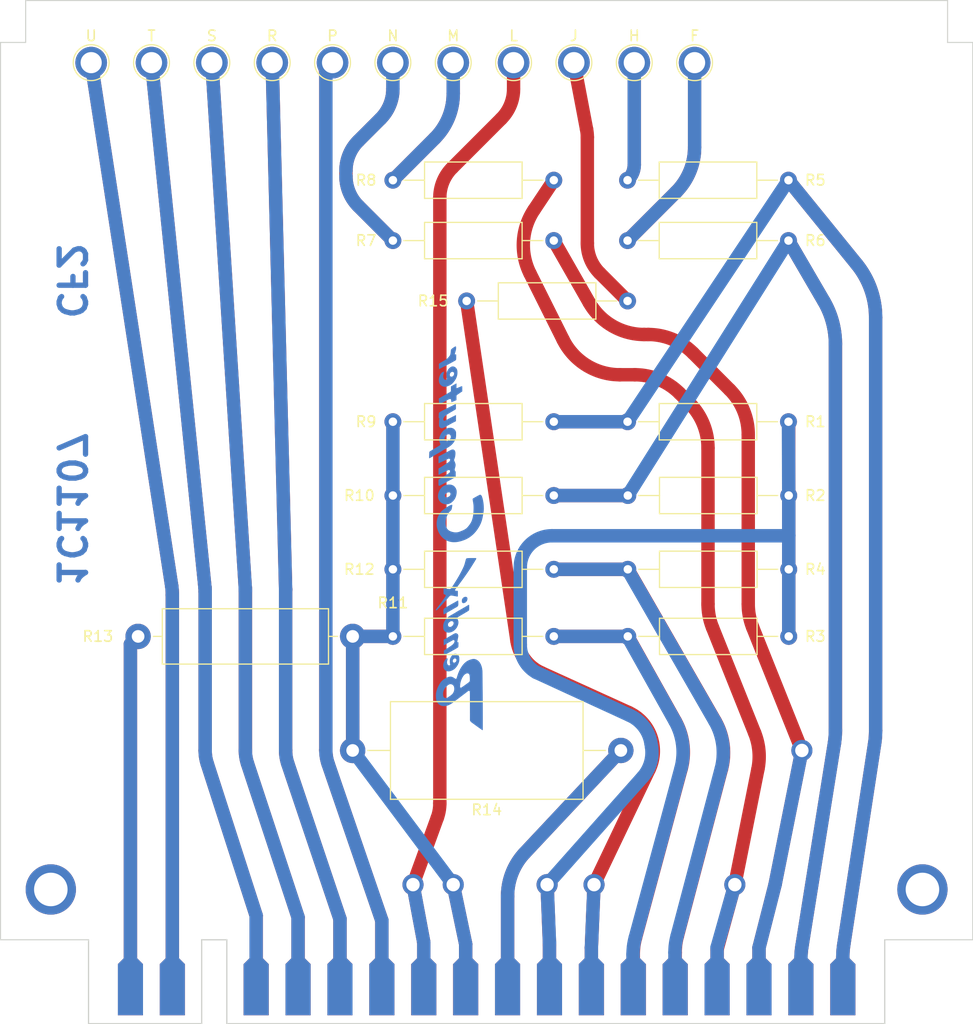
<source format=kicad_pcb>
(kicad_pcb (version 20211014) (generator pcbnew)
  (layers (0 "F.Cu" signal) (31 "B.Cu" signal) (34 "B.Paste" user) (35 "F.Paste" user) (36 "B.SilkS" user "B.Silkscreen") (37 "F.SilkS" user "F.Silkscreen") (38 "B.Mask" user) (39 "F.Mask" user) (44 "Edge.Cuts" user))
  (net 0 "")
  (net 1 "/Grid Divider 4")
  (net 2 "/Grid Divider 3")
  (net 3 "/+100V")
  (net 4 "/47K to B- 4")
  (net 5 "GND")
  (net 6 "/+100V_")
  (net 7 "/Output 1")
  (net 8 "/Output 2")
  (net 9 "/Input 1")
  (net 10 "/Input 2")
  (net 11 "/V1P2")
  (net 12 "/V1P7")
  (net 13 "/-160V")
  (net 14 "/Output 3")
  (net 15 "/Output 4")
  (net 16 "/Input 3")
  (net 17 "/Input 4")
  (net 18 "/V2P2")
  (net 19 "/V2P7")
  (net 20 "/Filament 2")
  (net 21 "/Filament 1")
  (net 22 "/24K to B- 4")
  (footprint "Resistor_THT:R_Axial_DIN0309_L9.0mm_D3.2mm_P15.24mm_Horizontal" (layer "F.Cu") (at 159.385 78.435 180)
    (fp_text reference "R15")
    (fp_text value "130Ω 1/2W 5%")
  )
  (footprint "TestPoint:TestPoint_Plated_Hole_D2.0mm" (layer "F.Cu") (at 137.16 55.88)
    (fp_text reference "TP6")
    (fp_text value "N")
  )
  (footprint "TestPoint:TestPoint_Plated_Hole_D2.0mm" (layer "F.Cu") (at 108.585 55.88)
    (fp_text reference "TP1")
    (fp_text value "U")
  )
  (footprint "Resistor_THT:R_Axial_DIN0516_L15.5mm_D5.0mm_P20.32mm_Horizontal" (layer "F.Cu") (at 113.03 110.185)
    (fp_text reference "R13")
    (fp_text value "47K 1W 5%")
  )
  (footprint "Resistor_THT:R_Axial_DIN0309_L9.0mm_D3.2mm_P15.24mm_Horizontal" (layer "F.Cu") (at 152.4 72.72 180)
    (fp_text reference "R7")
    (fp_text value "1.2K 1/2W 5%")
  )
  (footprint "Resistor_THT:R_Axial_DIN0309_L9.0mm_D3.2mm_P15.24mm_Horizontal" (layer "F.Cu") (at 174.65 110.185 180)
    (fp_text reference "R3")
    (fp_text value "750K 1/2W 5%")
  )
  (footprint "TestPoint:TestPoint_Plated_Hole_D2.0mm" (layer "F.Cu") (at 114.3 55.88)
    (fp_text reference "TP2")
    (fp_text value "T")
  )
  (footprint "Resistor_THT:R_Axial_DIN0918_L18.0mm_D9.0mm_P25.40mm_Horizontal" (layer "F.Cu") (at 158.75 120.98 180)
    (fp_text reference "R14")
    (fp_text value "24K 2W 5%")
  )
  (footprint "TestPoint:TestPoint_Plated_Hole_D2.0mm" (layer "F.Cu") (at 160.02 55.88)
    (fp_text reference "TP10")
    (fp_text value "H")
  )
  (footprint "Resistor_THT:R_Axial_DIN0309_L9.0mm_D3.2mm_P15.24mm_Horizontal" (layer "F.Cu") (at 137.16 89.865)
    (fp_text reference "R9")
    (fp_text value "560K 1/2W 5%")
  )
  (footprint "Resistor_THT:R_Axial_DIN0309_L9.0mm_D3.2mm_P15.24mm_Horizontal" (layer "F.Cu") (at 137.16 103.835)
    (fp_text reference "R12")
    (fp_text value "560K 1/2W 5%")
  )
  (footprint "Resistor_THT:R_Axial_DIN0309_L9.0mm_D3.2mm_P15.24mm_Horizontal" (layer "F.Cu") (at 137.16 110.185)
    (fp_text reference "R11")
    (fp_text value "560K 1/2W 5%")
  )
  (footprint "Resistor_THT:R_Axial_DIN0309_L9.0mm_D3.2mm_P15.24mm_Horizontal" (layer "F.Cu") (at 174.65 103.835 180)
    (fp_text reference "R4")
    (fp_text value "750K 1/2W 5%")
  )
  (footprint "TestPoint:TestPoint_Plated_Hole_D2.0mm" (layer "F.Cu") (at 142.875 55.88)
    (fp_text reference "TP7")
    (fp_text value "M")
  )
  (footprint "Resistor_THT:R_Axial_DIN0309_L9.0mm_D3.2mm_P15.24mm_Horizontal" (layer "F.Cu") (at 137.16 96.85)
    (fp_text reference "R10")
    (fp_text value "560K 1/2W 5%")
  )
  (footprint "TestPoint:TestPoint_Plated_Hole_D2.0mm" (layer "F.Cu") (at 165.735 55.88)
    (fp_text reference "TP11")
    (fp_text value "F")
  )
  (footprint "Bendix_G15:Card_Edge_T_Key" (layer "F.Cu") (at 146.0375 138.9)
    (fp_text reference "J1")
    (fp_text value "Conn_02x18_Row_Letter_First")
    (fp_line (start -37.703125 7.9375) (end -37.703125 0) (layer "Edge.Cuts") (width 0.12))
    (fp_line (start -24.60625 7.9375) (end -24.60625 0) (layer "Edge.Cuts") (width 0.12))
    (fp_line (start -24.60625 0) (end -26.9875 0) (layer "Edge.Cuts") (width 0.12))
    (fp_line (start -26.9875 7.9375) (end -37.703125 7.9375) (layer "Edge.Cuts") (width 0.12))
    (fp_line (start 37.703125 0) (end 37.703125 7.9375) (layer "Edge.Cuts") (width 0.12))
    (fp_line (start -26.9875 0) (end -26.9875 7.9375) (layer "Edge.Cuts") (width 0.12))
    (fp_line (start 37.703125 7.9375) (end -24.60625 7.9375) (layer "Edge.Cuts") (width 0.12))
  )
  (footprint "Resistor_THT:R_Axial_DIN0309_L9.0mm_D3.2mm_P15.24mm_Horizontal" (layer "F.Cu") (at 174.65 96.85 180)
    (fp_text reference "R2")
    (fp_text value "750K 1/2W 5%")
  )
  (footprint "Resistor_THT:R_Axial_DIN0309_L9.0mm_D3.2mm_P15.24mm_Horizontal" (layer "F.Cu") (at 159.385 72.72)
    (fp_text reference "R6")
    (fp_text value "1.2K 1/2W 5%")
  )
  (footprint "Resistor_THT:R_Axial_DIN0309_L9.0mm_D3.2mm_P15.24mm_Horizontal" (layer "F.Cu") (at 174.625 67.005 180)
    (fp_text reference "R5")
    (fp_text value "1.2K 1/2W 5%")
  )
  (footprint "TestPoint:TestPoint_Plated_Hole_D2.0mm" (layer "F.Cu") (at 125.73 55.88)
    (fp_text reference "TP4")
    (fp_text value "R")
  )
  (footprint "TestPoint:TestPoint_Plated_Hole_D2.0mm" (layer "F.Cu") (at 120.015 55.88)
    (fp_text reference "TP3")
    (fp_text value "S")
  )
  (footprint "TestPoint:TestPoint_Plated_Hole_D2.0mm" (layer "F.Cu") (at 131.445 55.88)
    (fp_text reference "TP5")
    (fp_text value "P")
  )
  (footprint "TestPoint:TestPoint_Plated_Hole_D2.0mm" (layer "F.Cu") (at 154.305 55.88)
    (fp_text reference "TP9")
    (fp_text value "J")
  )
  (footprint "Resistor_THT:R_Axial_DIN0309_L9.0mm_D3.2mm_P15.24mm_Horizontal" (layer "F.Cu") (at 174.625 89.865 180)
    (fp_text reference "R1")
    (fp_text value "750K 1/2W 5%")
  )
  (footprint "TestPoint:TestPoint_Plated_Hole_D2.0mm" (layer "F.Cu") (at 148.59 55.88)
    (fp_text reference "TP8")
    (fp_text value "L")
  )
  (footprint "Resistor_THT:R_Axial_DIN0309_L9.0mm_D3.2mm_P15.24mm_Horizontal" (layer "F.Cu") (at 137.16 67.005)
    (fp_text reference "R8")
    (fp_text value "1.2K 1/2W 5%")
  )
  (footprint "LOGO" (layer "B.Cu") (at 143.51 91.77 90)
    (fp_text reference "G***" hide)
    (fp_text value "LOGO" hide)
  )
  (footprint "LOGO" (layer "B.Cu") (at 143.51 110.82 90)
    (fp_text reference "G***" hide)
    (fp_text value "LOGO" hide)
  )
  (gr_line (start 102.38125 50) (end 189.69375 50) (layer "Edge.Cuts") (width 0.1))
  (gr_line (start 102.38125 53.96875) (end 100 53.96875) (layer "Edge.Cuts") (width 0.1))
  (gr_line (start 100 53.96875) (end 100 138.9) (layer "Edge.Cuts") (width 0.1))
  (gr_line (start 192.075 53.96875) (end 192.075 138.9) (layer "Edge.Cuts") (width 0.1))
  (gr_line (start 108.334375 138.9) (end 100 138.9) (layer "Edge.Cuts") (width 0.1))
  (gr_line (start 102.38125 50) (end 102.38125 53.96875) (layer "Edge.Cuts") (width 0.1))
  (gr_line (start 192.075 53.96875) (end 189.69375 53.96875) (layer "Edge.Cuts") (width 0.1))
  (gr_line (start 189.69375 50) (end 189.69375 53.96875) (layer "Edge.Cuts") (width 0.1))
  (gr_line (start 183.740625 138.9) (end 192.075 138.9) (layer "Edge.Cuts") (width 0.1))
  (gr_text "CF2" (at 106.68 76.53 270) (layer "B.Cu") (effects (font (size 2.5 2.5) (thickness 0.5)) (justify mirror)))
  (gr_text "1C1107" (at 106.68 98.12 270) (layer "B.Cu") (effects (font (size 2.5 2.5) (thickness 0.5)) (justify mirror)))
  (via (at 104.7625 134.1375) (size 4.7625) (drill 3.175) (layers "F.Cu" "B.Cu") (net 0))
  (via (at 187.3125 134.1375) (size 4.7625) (drill 3.175) (layers "F.Cu" "B.Cu") (net 0))
  (segment (start 167.679371 118.206296) (end 159.41 103.835) (width 1.27) (layer "F.Cu") (net 1))
  (segment (start 159.41 103.835) (end 152.4 103.835) (width 1.27) (layer "F.Cu") (net 1))
  (segment (start 164.095751 138.575044) (end 168.279976 122.730701) (width 1.27) (layer "F.Cu") (net 1))
  (segment (start 163.896875 143.265625) (end 163.896875 140.107023) (width 1.27) (layer "F.Cu") (net 1))
  (arc (start 167.679371 118.206296) (mid 168.426675 120.40916) (end 168.279976 122.730701) (width 1.27) (layer "F.Cu") (net 1))
  (arc (start 163.896875 140.107023) (mid 163.946802 139.334606) (end 164.095751 138.575044) (width 1.27) (layer "F.Cu") (net 1))
  (segment (start 164.070751 138.575044) (end 168.254976 122.730701) (width 1.27) (layer "B.Cu") (net 1))
  (segment (start 152.4 103.835) (end 159.41 103.835) (width 1.27) (layer "B.Cu") (net 1))
  (segment (start 167.654371 118.206296) (end 159.385 103.835) (width 1.27) (layer "B.Cu") (net 1))
  (segment (start 163.871875 143.265625) (end 163.871875 140.107023) (width 1.27) (layer "B.Cu") (net 1))
  (arc (start 163.871875 140.107023) (mid 163.921802 139.334606) (end 164.070751 138.575044) (width 1.27) (layer "B.Cu") (net 1))
  (arc (start 167.654371 118.206296) (mid 168.401675 120.40916) (end 168.254976 122.730701) (width 1.27) (layer "B.Cu") (net 1))
  (segment (start 163.904457 118.210252) (end 159.41 110.185) (width 1.27) (layer "F.Cu") (net 2))
  (segment (start 159.928125 143.265625) (end 159.928125 140.283158) (width 1.27) (layer "F.Cu") (net 2))
  (segment (start 152.4 110.185) (end 159.41 110.185) (width 1.27) (layer "F.Cu") (net 2))
  (segment (start 160.135822 138.718156) (end 164.461811 122.707031) (width 1.27) (layer "F.Cu") (net 2))
  (arc (start 164.461811 122.707031) (mid 164.623946 120.404005) (end 163.904457 118.210252) (width 1.27) (layer "F.Cu") (net 2))
  (arc (start 160.135822 138.718156) (mid 159.980276 139.493796) (end 159.928125 140.283158) (width 1.27) (layer "F.Cu") (net 2))
  (segment (start 160.110822 138.718156) (end 164.436811 122.707031) (width 1.27) (layer "B.Cu") (net 2))
  (segment (start 163.879457 118.210252) (end 159.385 110.185) (width 1.27) (layer "B.Cu") (net 2))
  (segment (start 159.903125 143.265625) (end 159.903125 140.283158) (width 1.27) (layer "B.Cu") (net 2))
  (segment (start 152.4 110.185) (end 159.41 110.185) (width 1.27) (layer "B.Cu") (net 2))
  (arc (start 164.436811 122.707031) (mid 164.598946 120.404005) (end 163.879457 118.210252) (width 1.27) (layer "B.Cu") (net 2))
  (arc (start 160.110822 138.718156) (mid 159.955276 139.493796) (end 159.903125 140.283158) (width 1.27) (layer "B.Cu") (net 2))
  (segment (start 148.905867 110.570851) (end 144.145 78.435) (width 1.27) (layer "F.Cu") (net 3))
  (segment (start 159.481906 117.38723) (end 151.207469 113.626122) (width 1.27) (layer "F.Cu") (net 3))
  (segment (start 155.959375 143.265625) (end 155.959375 139.645625) (width 1.27) (layer "F.Cu") (net 3))
  (segment (start 155.959375 139.645625) (end 156.21 133.68) (width 1.27) (layer "F.Cu") (net 3))
  (segment (start 156.21 133.68) (end 161.435231 122.754518) (width 1.27) (layer "F.Cu") (net 3))
  (via (at 156.21 133.68) (size 2) (drill 1.27) (layers "F.Cu" "B.Cu") (net 3))
  (arc (start 148.905867 110.570851) (mid 149.667782 112.391443) (end 151.207469 113.626122) (width 1.27) (layer "F.Cu") (net 3))
  (arc (start 161.435231 122.754518) (mid 161.585511 119.660744) (end 159.481906 117.38723) (width 1.27) (layer "F.Cu") (net 3))
  (segment (start 155.959375 139.645625) (end 156.21 133.68) (width 1.27) (layer "B.Cu") (net 3))
  (segment (start 155.959375 143.265625) (end 155.959375 139.645625) (width 1.27) (layer "B.Cu") (net 3))
  (segment (start 112.303125 143.265625) (end 112.303125 110.911875) (width 1.27) (layer "F.Cu") (net 4))
  (segment (start 112.303125 110.911875) (end 113.03 110.185) (width 1.27) (layer "F.Cu") (net 4))
  (segment (start 112.303125 143.265625) (end 112.303125 110.911875) (width 1.27) (layer "B.Cu") (net 4))
  (segment (start 112.303125 110.911875) (end 113.03 110.185) (width 1.27) (layer "B.Cu") (net 4))
  (segment (start 174.65 89.89) (end 174.625 89.865) (width 1.27) (layer "F.Cu") (net 5))
  (segment (start 174.65 110.185) (end 174.65 89.89) (width 1.27) (layer "F.Cu") (net 5))
  (segment (start 151.990625 143.265625) (end 151.990625 139.395) (width 1.27) (layer "F.Cu") (net 5))
  (segment (start 151.990625 139.395) (end 151.765 133.68) (width 1.27) (layer "F.Cu") (net 5))
  (via (at 151.765 133.68) (size 2) (drill 1.27) (layers "F.Cu" "B.Cu") (net 5))
  (segment (start 174.65 100.635) (end 174.65 103.835) (width 1.27) (layer "B.Cu") (net 5))
  (segment (start 174.625 89.865) (end 174.65 96.85) (width 1.27) (layer "B.Cu") (net 5))
  (segment (start 151.765 133.68) (end 160.813513 123.500423) (width 1.27) (layer "B.Cu") (net 5))
  (segment (start 152.225 100.66) (end 174.625 100.66) (width 1.27) (layer "B.Cu") (net 5))
  (segment (start 174.65 103.835) (end 174.65 110.185) (width 1.27) (layer "B.Cu") (net 5))
  (segment (start 149.225 110.984032) (end 149.225 103.66) (width 1.27) (layer "B.Cu") (net 5))
  (segment (start 174.65 96.85) (end 174.65 100.635) (width 1.27) (layer "B.Cu") (net 5))
  (segment (start 151.990625 143.265625) (end 151.990625 139.169375) (width 1.27) (layer "B.Cu") (net 5))
  (segment (start 161.649959 120.599754) (end 161.594979 120.269877) (width 1.27) (layer "B.Cu") (net 5))
  (segment (start 174.625 100.66) (end 174.65 100.635) (width 1.27) (layer "B.Cu") (net 5))
  (segment (start 159.604441 117.665175) (end 150.736583 113.588762) (width 1.27) (layer "B.Cu") (net 5))
  (segment (start 151.990625 139.169375) (end 151.765 133.68) (width 1.27) (layer "B.Cu") (net 5))
  (arc (start 149.225 103.66) (mid 150.10368 101.53868) (end 152.225 100.66) (width 1.27) (layer "B.Cu") (net 5))
  (arc (start 160.813513 123.500423) (mid 161.560551 122.144907) (end 161.649959 120.599754) (width 1.27) (layer "B.Cu") (net 5))
  (arc (start 150.736583 113.588762) (mid 149.63027 112.489813) (end 149.225 110.984032) (width 1.27) (layer "B.Cu") (net 5))
  (arc (start 159.604441 117.665175) (mid 160.923519 118.720068) (end 161.594979 120.269877) (width 1.27) (layer "B.Cu") (net 5))
  (segment (start 155.575 72.968146) (end 155.575 62.936864) (width 1.27) (layer "F.Cu") (net 6))
  (segment (start 159.385 78.435) (end 156.746573 75.796573) (width 1.27) (layer "F.Cu") (net 6))
  (segment (start 155.504611 62.189767) (end 154.305 55.88) (width 1.27) (layer "F.Cu") (net 6))
  (arc (start 156.746573 75.796573) (mid 155.879482 74.49888) (end 155.575 72.968146) (width 1.27) (layer "F.Cu") (net 6))
  (arc (start 155.575 62.936864) (mid 155.557364 62.561661) (end 155.504611 62.189767) (width 1.27) (layer "F.Cu") (net 6))
  (segment (start 126.998703 105.689082) (end 125.73 55.88) (width 1.27) (layer "F.Cu") (net 7))
  (segment (start 132.146875 143.265625) (end 132.146875 136.921875) (width 1.27) (layer "F.Cu") (net 7))
  (segment (start 127 120.960512) (end 127 105.790934) (width 1.27) (layer "F.Cu") (net 7))
  (segment (start 132.146875 136.921875) (end 127.208593 122.235357) (width 1.27) (layer "F.Cu") (net 7))
  (arc (start 127 120.960512) (mid 127.052493 121.606411) (end 127.208593 122.235357) (width 1.27) (layer "F.Cu") (net 7))
  (arc (start 126.998703 105.689082) (mid 126.999676 105.740004) (end 127 105.790934) (width 1.27) (layer "F.Cu") (net 7))
  (segment (start 132.146875 143.265625) (end 132.146875 136.921875) (width 1.27) (layer "B.Cu") (net 7))
  (segment (start 132.146875 136.921875) (end 127.208593 122.235357) (width 1.27) (layer "B.Cu") (net 7))
  (segment (start 126.998703 105.689082) (end 125.73 55.88) (width 1.27) (layer "B.Cu") (net 7))
  (segment (start 127 120.960512) (end 127 105.790934) (width 1.27) (layer "B.Cu") (net 7))
  (arc (start 126.998703 105.689082) (mid 126.999676 105.740004) (end 127 105.790934) (width 1.27) (layer "B.Cu") (net 7))
  (arc (start 127 120.960512) (mid 127.052493 121.606411) (end 127.208593 122.235357) (width 1.27) (layer "B.Cu") (net 7))
  (segment (start 123.181915 105.61303) (end 120.015 55.88) (width 1.27) (layer "F.Cu") (net 8))
  (segment (start 128.178125 136.763125) (end 123.390683 122.224443) (width 1.27) (layer "F.Cu") (net 8))
  (segment (start 128.178125 143.265625) (end 128.178125 136.763125) (width 1.27) (layer "F.Cu") (net 8))
  (segment (start 123.19 120.973366) (end 123.19 105.867228) (width 1.27) (layer "F.Cu") (net 8))
  (arc (start 123.181915 105.61303) (mid 123.187978 105.740065) (end 123.19 105.867228) (width 1.27) (layer "F.Cu") (net 8))
  (arc (start 123.390683 122.224443) (mid 123.240489 121.606901) (end 123.19 120.973366) (width 1.27) (layer "F.Cu") (net 8))
  (segment (start 123.181915 105.61303) (end 120.015 55.88) (width 1.27) (layer "B.Cu") (net 8))
  (segment (start 123.19 120.973366) (end 123.19 105.867228) (width 1.27) (layer "B.Cu") (net 8))
  (segment (start 128.178125 143.265625) (end 128.178125 136.763125) (width 1.27) (layer "B.Cu") (net 8))
  (segment (start 128.178125 136.763125) (end 123.390683 122.224443) (width 1.27) (layer "B.Cu") (net 8))
  (arc (start 123.390683 122.224443) (mid 123.240489 121.606901) (end 123.19 120.973366) (width 1.27) (layer "B.Cu") (net 8))
  (arc (start 123.181915 105.61303) (mid 123.187978 105.740065) (end 123.19 105.867228) (width 1.27) (layer "B.Cu") (net 8))
  (segment (start 152.4 89.865) (end 159.385 89.865) (width 1.27) (layer "F.Cu") (net 9))
  (segment (start 179.771875 143.265625) (end 179.771875 140.573409) (width 1.27) (layer "F.Cu") (net 9))
  (segment (start 182.88 119.099716) (end 182.88 80.005325) (width 1.27) (layer "F.Cu") (net 9))
  (segment (start 181.088912 74.960584) (end 174.625 67.005) (width 1.27) (layer "F.Cu") (net 9))
  (segment (start 179.864448 139.359904) (end 182.787427 120.313221) (width 1.27) (layer "F.Cu") (net 9))
  (arc (start 182.88 80.005325) (mid 182.418942 77.328694) (end 181.088912 74.960584) (width 1.27) (layer "F.Cu") (net 9))
  (arc (start 182.787427 120.313221) (mid 182.856823 119.708231) (end 182.88 119.099716) (width 1.27) (layer "F.Cu") (net 9))
  (arc (start 179.864448 139.359904) (mid 179.795052 139.964894) (end 179.771875 140.573409) (width 1.27) (layer "F.Cu") (net 9))
  (segment (start 179.864448 139.359904) (end 182.787427 120.313221) (width 1.27) (layer "B.Cu") (net 9))
  (segment (start 182.88 119.099716) (end 182.88 80.005325) (width 1.27) (layer "B.Cu") (net 9))
  (segment (start 152.4 89.865) (end 159.385 89.865) (width 1.27) (layer "B.Cu") (net 9))
  (segment (start 159.385 89.865) (end 174.625 67.005) (width 1.27) (layer "B.Cu") (net 9))
  (segment (start 181.088912 74.960584) (end 174.625 67.005) (width 1.27) (layer "B.Cu") (net 9))
  (segment (start 179.771875 143.265625) (end 179.771875 140.573409) (width 1.27) (layer "B.Cu") (net 9))
  (arc (start 182.787427 120.313221) (mid 182.856823 119.708231) (end 182.88 119.099716) (width 1.27) (layer "B.Cu") (net 9))
  (arc (start 179.864448 139.359904) (mid 179.795052 139.964894) (end 179.771875 140.573409) (width 1.27) (layer "B.Cu") (net 9))
  (arc (start 182.88 80.005325) (mid 182.418942 77.328694) (end 181.088912 74.960584) (width 1.27) (layer "B.Cu") (net 9))
  (segment (start 175.903659 139.493726) (end 178.969466 120.338149) (width 1.27) (layer "F.Cu") (net 10))
  (segment (start 175.803125 143.265625) (end 175.803125 140.758018) (width 1.27) (layer "F.Cu") (net 10))
  (segment (start 177.980231 78.471825) (end 174.625 72.72) (width 1.27) (layer "F.Cu") (net 10))
  (segment (start 159.41 96.85) (end 152.4 96.85) (width 1.27) (layer "F.Cu") (net 10))
  (segment (start 179.07 119.073857) (end 179.07 82.502793) (width 1.27) (layer "F.Cu") (net 10))
  (arc (start 175.903659 139.493726) (mid 175.828298 140.123877) (end 175.803125 140.758018) (width 1.27) (layer "F.Cu") (net 10))
  (arc (start 178.969466 120.338149) (mid 179.044827 119.707998) (end 179.07 119.073857) (width 1.27) (layer "F.Cu") (net 10))
  (arc (start 177.980231 78.471825) (mid 178.792753 80.414953) (end 179.07 82.502793) (width 1.27) (layer "F.Cu") (net 10))
  (segment (start 177.980231 78.471825) (end 174.625 72.72) (width 1.27) (layer "B.Cu") (net 10))
  (segment (start 152.4 96.85) (end 159.41 96.85) (width 1.27) (layer "B.Cu") (net 10))
  (segment (start 175.903659 139.493726) (end 178.969466 120.338149) (width 1.27) (layer "B.Cu") (net 10))
  (segment (start 175.803125 143.265625) (end 175.803125 140.758018) (width 1.27) (layer "B.Cu") (net 10))
  (segment (start 179.07 119.073857) (end 179.07 82.502793) (width 1.27) (layer "B.Cu") (net 10))
  (segment (start 159.41 96.85) (end 174.625 72.72) (width 1.27) (layer "B.Cu") (net 10))
  (arc (start 178.969466 120.338149) (mid 179.044827 119.707998) (end 179.07 119.073857) (width 1.27) (layer "B.Cu") (net 10))
  (arc (start 177.980231 78.471825) (mid 178.792753 80.414953) (end 179.07 82.502793) (width 1.27) (layer "B.Cu") (net 10))
  (arc (start 175.903659 139.493726) (mid 175.828298 140.123877) (end 175.803125 140.758018) (width 1.27) (layer "B.Cu") (net 10))
  (segment (start 159.434213 66.955787) (end 159.385 67.005) (width 1.27) (layer "F.Cu") (net 11))
  (segment (start 160.02 55.88) (end 160.02 65.541573) (width 1.27) (layer "F.Cu") (net 11))
  (arc (start 160.02 65.541573) (mid 159.867759 66.30694) (end 159.434213 66.955787) (width 1.27) (layer "F.Cu") (net 11))
  (segment (start 160.02 55.88) (end 160.02 65.541573) (width 1.27) (layer "B.Cu") (net 11))
  (arc (start 160.02 65.541573) (mid 159.867759 66.30694) (end 159.434213 66.955787) (width 1.27) (layer "B.Cu") (net 11))
  (segment (start 159.385 72.72) (end 163.977641 68.127359) (width 1.27) (layer "F.Cu") (net 12))
  (segment (start 165.735 63.884719) (end 165.735 55.88) (width 1.27) (layer "F.Cu") (net 12))
  (arc (start 165.735 63.884719) (mid 165.278277 66.180819) (end 163.977641 68.127359) (width 1.27) (layer "F.Cu") (net 12))
  (segment (start 165.735 63.884719) (end 165.735 55.88) (width 1.27) (layer "B.Cu") (net 12))
  (segment (start 159.385 72.72) (end 163.977641 68.127359) (width 1.27) (layer "B.Cu") (net 12))
  (arc (start 165.735 63.884719) (mid 165.278277 66.180819) (end 163.977641 68.127359) (width 1.27) (layer "B.Cu") (net 12))
  (segment (start 133.35 120.975) (end 133.355 120.98) (width 1.27) (layer "F.Cu") (net 13))
  (segment (start 144.053125 143.265625) (end 144.053125 139.303125) (width 1.27) (layer "F.Cu") (net 13))
  (segment (start 133.35 110.185) (end 133.35 120.975) (width 1.27) (layer "F.Cu") (net 13))
  (segment (start 144.053125 139.303125) (end 142.875 133.68) (width 1.27) (layer "F.Cu") (net 13))
  (segment (start 137.16 110.185) (end 133.35 110.185) (width 1.27) (layer "F.Cu") (net 13))
  (segment (start 137.16 110.185) (end 137.16 89.865) (width 1.27) (layer "F.Cu") (net 13))
  (via (at 142.875 133.68) (size 2) (drill 1.27) (layers "F.Cu" "B.Cu") (net 13))
  (segment (start 133.35 110.185) (end 137.16 110.185) (width 1.27) (layer "B.Cu") (net 13))
  (segment (start 137.16 89.865) (end 137.16 96.85) (width 1.27) (layer "B.Cu") (net 13))
  (segment (start 142.875 133.68) (end 133.355 120.98) (width 1.27) (layer "B.Cu") (net 13))
  (segment (start 133.355 120.98) (end 133.35 110.185) (width 1.27) (layer "B.Cu") (net 13))
  (segment (start 137.16 96.85) (end 137.16 103.835) (width 1.27) (layer "B.Cu") (net 13))
  (segment (start 144.053125 139.303125) (end 142.875 133.68) (width 1.27) (layer "B.Cu") (net 13))
  (segment (start 137.16 103.835) (end 137.16 110.185) (width 1.27) (layer "B.Cu") (net 13))
  (segment (start 144.053125 143.265625) (end 144.053125 139.303125) (width 1.27) (layer "B.Cu") (net 13))
  (segment (start 119.359399 105.537802) (end 114.3 55.88) (width 1.27) (layer "F.Cu") (net 14))
  (segment (start 124.209375 143.265625) (end 124.209375 136.604375) (width 1.27) (layer "F.Cu") (net 14))
  (segment (start 119.38 120.986534) (end 119.38 105.943244) (width 1.27) (layer "F.Cu") (net 14))
  (segment (start 124.209375 136.604375) (end 119.572727 122.213186) (width 1.27) (layer "F.Cu") (net 14))
  (arc (start 119.38 120.986534) (mid 119.428476 121.607384) (end 119.572727 122.213186) (width 1.27) (layer "F.Cu") (net 14))
  (arc (start 119.359399 105.537802) (mid 119.374846 105.740261) (end 119.38 105.943244) (width 1.27) (layer "F.Cu") (net 14))
  (segment (start 119.38 120.986534) (end 119.38 105.943244) (width 1.27) (layer "B.Cu") (net 14))
  (segment (start 124.209375 136.604375) (end 119.572727 122.213186) (width 1.27) (layer "B.Cu") (net 14))
  (segment (start 119.359399 105.537802) (end 114.3 55.88) (width 1.27) (layer "B.Cu") (net 14))
  (segment (start 124.209375 143.265625) (end 124.209375 136.604375) (width 1.27) (layer "B.Cu") (net 14))
  (arc (start 119.359399 105.537802) (mid 119.374846 105.740261) (end 119.38 105.943244) (width 1.27) (layer "B.Cu") (net 14))
  (arc (start 119.38 120.986534) (mid 119.428476 121.607384) (end 119.572727 122.213186) (width 1.27) (layer "B.Cu") (net 14))
  (segment (start 116.271875 143.265625) (end 116.271875 106.266058) (width 1.27) (layer "F.Cu") (net 15))
  (segment (start 116.202001 105.35304) (end 108.585 55.88) (width 1.27) (layer "F.Cu") (net 15))
  (arc (start 116.271875 106.266058) (mid 116.254381 105.808214) (end 116.202001 105.35304) (width 1.27) (layer "F.Cu") (net 15))
  (segment (start 116.202001 105.35304) (end 108.585 55.88) (width 1.27) (layer "B.Cu") (net 15))
  (segment (start 116.271875 143.265625) (end 116.271875 106.266058) (width 1.27) (layer "B.Cu") (net 15))
  (arc (start 116.271875 106.266058) (mid 116.254381 105.808214) (end 116.202001 105.35304) (width 1.27) (layer "B.Cu") (net 15))
  (segment (start 175.895 120.98) (end 171.24414 109.35285) (width 1.27) (layer "F.Cu") (net 16))
  (segment (start 173.355 133.68) (end 171.834375 139.645625) (width 1.27) (layer "F.Cu") (net 16))
  (segment (start 175.895 120.98) (end 173.355 133.68) (width 1.27) (layer "F.Cu") (net 16))
  (segment (start 161.344719 81.61) (end 160.961935 81.61) (width 1.27) (layer "F.Cu") (net 16))
  (segment (start 155.752476 78.586834) (end 152.4 72.72) (width 1.27) (layer "F.Cu") (net 16))
  (segment (start 171.834375 139.645625) (end 171.834375 143.265625) (width 1.27) (layer "F.Cu") (net 16))
  (segment (start 169.05764 86.83764) (end 165.587359 83.367359) (width 1.27) (layer "F.Cu") (net 16))
  (segment (start 170.815 107.124506) (end 170.815 91.080281) (width 1.27) (layer "F.Cu") (net 16))
  (via (at 175.895 120.98) (size 2) (drill 1.27) (layers "F.Cu" "B.Cu") (net 16))
  (arc (start 160.961935 81.61) (mid 157.950374 80.799461) (end 155.752476 78.586834) (width 1.27) (layer "F.Cu") (net 16))
  (arc (start 170.815 91.080281) (mid 170.358277 88.78418) (end 169.05764 86.83764) (width 1.27) (layer "F.Cu") (net 16))
  (arc (start 170.815 107.124506) (mid 170.923262 108.259151) (end 171.24414 109.35285) (width 1.27) (layer "F.Cu") (net 16))
  (arc (start 161.344719 81.61) (mid 163.640819 82.066723) (end 165.587359 83.367359) (width 1.27) (layer "F.Cu") (net 16))
  (segment (start 171.834375 139.645625) (end 171.834375 143.265625) (width 1.27) (layer "B.Cu") (net 16))
  (segment (start 175.895 120.98) (end 173.355 133.68) (width 1.27) (layer "B.Cu") (net 16))
  (segment (start 173.355 133.68) (end 171.834375 139.645625) (width 1.27) (layer "B.Cu") (net 16))
  (segment (start 171.422579 119.323947) (end 167.43414 109.35285) (width 1.27) (layer "F.Cu") (net 17))
  (segment (start 167.005 107.124506) (end 167.005 92.350281) (width 1.27) (layer "F.Cu") (net 17))
  (segment (start 167.865625 143.265625) (end 167.865625 139.804375) (width 1.27) (layer "F.Cu") (net 17))
  (segment (start 165.24764 88.10764) (end 164.317359 87.177359) (width 1.27) (layer "F.Cu") (net 17))
  (segment (start 153.281641 82.103282) (end 150.147169 75.834338) (width 1.27) (layer "F.Cu") (net 17))
  (segment (start 167.865625 139.804375) (end 169.545 133.68) (width 1.27) (layer "F.Cu") (net 17))
  (segment (start 160.074719 85.42) (end 158.648204 85.42) (width 1.27) (layer "F.Cu") (net 17))
  (segment (start 169.545 133.68) (end 171.735202 122.728988) (width 1.27) (layer "F.Cu") (net 17))
  (segment (start 150.52143 69.822855) (end 152.4 67.005) (width 1.27) (layer "F.Cu") (net 17))
  (via (at 169.545 133.68) (size 2) (drill 1.27) (layers "F.Cu" "B.Cu") (net 17))
  (arc (start 171.735202 122.728988) (mid 171.826588 121.003726) (end 171.422579 119.323947) (width 1.27) (layer "F.Cu") (net 17))
  (arc (start 167.43414 109.35285) (mid 167.113262 108.259151) (end 167.005 107.124506) (width 1.27) (layer "F.Cu") (net 17))
  (arc (start 165.24764 88.10764) (mid 166.548277 90.05418) (end 167.005 92.350281) (width 1.27) (layer "F.Cu") (net 17))
  (arc (start 158.648204 85.42) (mid 155.493818 84.523905) (end 153.281641 82.103282) (width 1.27) (layer "F.Cu") (net 17))
  (arc (start 150.52143 69.822855) (mid 149.525326 72.778232) (end 150.147169 75.834338) (width 1.27) (layer "F.Cu") (net 17))
  (arc (start 160.074719 85.42) (mid 162.370819 85.876723) (end 164.317359 87.177359) (width 1.27) (layer "F.Cu") (net 17))
  (segment (start 167.865625 143.265625) (end 167.865625 139.620625) (width 1.27) (layer "B.Cu") (net 17))
  (segment (start 167.865625 139.620625) (end 169.545 133.68) (width 1.27) (layer "B.Cu") (net 17))
  (segment (start 137.16 72.72) (end 133.886573 69.446573) (width 1.27) (layer "F.Cu") (net 18))
  (segment (start 132.715 66.618146) (end 132.715 66.121854) (width 1.27) (layer "F.Cu") (net 18))
  (segment (start 137.16 58.363146) (end 137.16 55.88) (width 1.27) (layer "F.Cu") (net 18))
  (segment (start 133.886573 63.293427) (end 135.988427 61.191573) (width 1.27) (layer "F.Cu") (net 18))
  (arc (start 132.715 66.121854) (mid 133.019482 64.59112) (end 133.886573 63.293427) (width 1.27) (layer "F.Cu") (net 18))
  (arc (start 133.886573 69.446573) (mid 133.019482 68.14888) (end 132.715 66.618146) (width 1.27) (layer "F.Cu") (net 18))
  (arc (start 137.16 58.363146) (mid 136.855518 59.89388) (end 135.988427 61.191573) (width 1.27) (layer "F.Cu") (net 18))
  (segment (start 137.16 58.363146) (end 137.16 55.88) (width 1.27) (layer "B.Cu") (net 18))
  (segment (start 137.16 72.72) (end 133.886573 69.446573) (width 1.27) (layer "B.Cu") (net 18))
  (segment (start 133.886573 63.293427) (end 135.988427 61.191573) (width 1.27) (layer "B.Cu") (net 18))
  (arc (start 133.886573 69.446573) (mid 133.019482 68.14888) (end 132.715 66.618146) (width 1.27) (layer "B.Cu") (net 18))
  (arc (start 137.16 58.363146) (mid 136.855518 59.89388) (end 135.988427 61.191573) (width 1.27) (layer "B.Cu") (net 18))
  (arc (start 132.715 66.121854) (mid 133.019482 64.59112) (end 133.886573 63.293427) (width 1.27) (layer "B.Cu") (net 18))
  (segment (start 142.875 58.804719) (end 142.875 55.88) (width 1.27) (layer "F.Cu") (net 19))
  (segment (start 137.16 67.005) (end 141.117641 63.047359) (width 1.27) (layer "F.Cu") (net 19))
  (arc (start 142.875 58.804719) (mid 142.418277 61.100819) (end 141.117641 63.047359) (width 1.27) (layer "F.Cu") (net 19))
  (segment (start 142.875 58.804719) (end 142.875 55.88) (width 1.27) (layer "B.Cu") (net 19))
  (segment (start 137.16 67.005) (end 141.117641 63.047359) (width 1.27) (layer "B.Cu") (net 19))
  (arc (start 142.875 58.804719) (mid 142.418277 61.100819) (end 141.117641 63.047359) (width 1.27) (layer "B.Cu") (net 19))
  (segment (start 130.81 120.947962) (end 130.81 56.515) (width 1.27) (layer "F.Cu") (net 20))
  (segment (start 131.445 55.88) (end 130.760786 56.564214) (width 1.27) (layer "F.Cu") (net 20))
  (segment (start 136.115625 143.265625) (end 136.115625 137.080625) (width 1.27) (layer "F.Cu") (net 20))
  (segment (start 136.115625 137.080625) (end 131.026451 122.245943) (width 1.27) (layer "F.Cu") (net 20))
  (segment (start 130.81 56.515) (end 131.445 55.88) (width 1.27) (layer "F.Cu") (net 20))
  (arc (start 130.81 120.947962) (mid 130.864484 121.605914) (end 131.026451 122.245943) (width 1.27) (layer "F.Cu") (net 20))
  (segment (start 130.81 120.947962) (end 130.81 56.515) (width 1.27) (layer "B.Cu") (net 20))
  (segment (start 136.115625 137.080625) (end 131.026451 122.245943) (width 1.27) (layer "B.Cu") (net 20))
  (segment (start 136.115625 143.265625) (end 136.115625 137.080625) (width 1.27) (layer "B.Cu") (net 20))
  (arc (start 130.81 120.947962) (mid 130.864484 121.605914) (end 131.026451 122.245943) (width 1.27) (layer "B.Cu") (net 20))
  (segment (start 148.59 58.363146) (end 148.59 55.88) (width 1.27) (layer "F.Cu") (net 21))
  (segment (start 140.084375 139.144375) (end 139.065 133.68) (width 1.27) (layer "F.Cu") (net 21))
  (segment (start 141.605 125.9903) (end 141.605 68.661854) (width 1.27) (layer "F.Cu") (net 21))
  (segment (start 142.776573 65.833427) (end 147.418427 61.191573) (width 1.27) (layer "F.Cu") (net 21))
  (segment (start 140.084375 143.265625) (end 140.084375 139.144375) (width 1.27) (layer "F.Cu") (net 21))
  (segment (start 139.065 133.68) (end 141.364174 127.357272) (width 1.27) (layer "F.Cu") (net 21))
  (via (at 139.065 133.68) (size 2) (drill 1.27) (layers "F.Cu" "B.Cu") (net 21))
  (arc (start 148.59 58.363146) (mid 148.285518 59.89388) (end 147.418427 61.191573) (width 1.27) (layer "F.Cu") (net 21))
  (arc (start 141.605 125.9903) (mid 141.544333 126.684312) (end 141.364174 127.357272) (width 1.27) (layer "F.Cu") (net 21))
  (arc (start 142.776573 65.833427) (mid 141.909482 67.13112) (end 141.605 68.661854) (width 1.27) (layer "F.Cu") (net 21))
  (segment (start 140.084375 139.144375) (end 139.065 133.68) (width 1.27) (layer "B.Cu") (net 21))
  (segment (start 140.084375 143.265625) (end 140.084375 139.144375) (width 1.27) (layer "B.Cu") (net 21))
  (segment (start 148.021875 143.265625) (end 148.021875 134.784703) (width 1.27) (layer "F.Cu") (net 22))
  (segment (start 149.64704 130.678511) (end 158.75 120.98) (width 1.27) (layer "F.Cu") (net 22))
  (arc (start 148.021875 134.784703) (mid 148.442941 132.576651) (end 149.64704 130.678511) (width 1.27) (layer "F.Cu") (net 22))
  (segment (start 149.64704 130.678511) (end 158.75 120.98) (width 1.27) (layer "B.Cu") (net 22))
  (segment (start 148.021875 143.265625) (end 148.021875 134.784703) (width 1.27) (layer "B.Cu") (net 22))
  (arc (start 148.021875 134.784703) (mid 148.442941 132.576651) (end 149.64704 130.678511) (width 1.27) (layer "B.Cu") (net 22))
)
</source>
